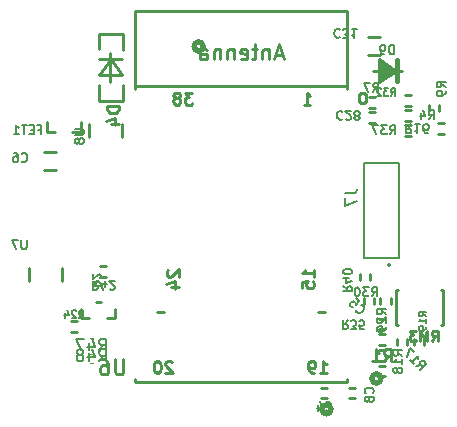
<source format=gbr>
G04 #@! TF.GenerationSoftware,KiCad,Pcbnew,7.0.7*
G04 #@! TF.CreationDate,2024-10-24T15:21:26-07:00*
G04 #@! TF.ProjectId,ESP_POE_1.4b,4553505f-504f-4455-9f31-2e34622e6b69,K*
G04 #@! TF.SameCoordinates,Original*
G04 #@! TF.FileFunction,Legend,Bot*
G04 #@! TF.FilePolarity,Positive*
%FSLAX46Y46*%
G04 Gerber Fmt 4.6, Leading zero omitted, Abs format (unit mm)*
G04 Created by KiCad (PCBNEW 7.0.7) date 2024-10-24 15:21:26*
%MOMM*%
%LPD*%
G01*
G04 APERTURE LIST*
%ADD10C,0.190500*%
%ADD11C,0.222250*%
%ADD12C,0.158750*%
%ADD13C,0.254000*%
%ADD14C,0.177800*%
%ADD15C,0.150000*%
%ADD16C,0.508000*%
%ADD17C,0.120000*%
%ADD18C,0.127000*%
%ADD19C,0.200000*%
G04 APERTURE END LIST*
D10*
X103004256Y-137604209D02*
X103258256Y-137241352D01*
X103439685Y-137604209D02*
X103439685Y-136842209D01*
X103439685Y-136842209D02*
X103149399Y-136842209D01*
X103149399Y-136842209D02*
X103076828Y-136878495D01*
X103076828Y-136878495D02*
X103040542Y-136914781D01*
X103040542Y-136914781D02*
X103004256Y-136987352D01*
X103004256Y-136987352D02*
X103004256Y-137096209D01*
X103004256Y-137096209D02*
X103040542Y-137168781D01*
X103040542Y-137168781D02*
X103076828Y-137205066D01*
X103076828Y-137205066D02*
X103149399Y-137241352D01*
X103149399Y-137241352D02*
X103439685Y-137241352D01*
X102750256Y-136842209D02*
X102278542Y-136842209D01*
X102278542Y-136842209D02*
X102532542Y-137132495D01*
X102532542Y-137132495D02*
X102423685Y-137132495D01*
X102423685Y-137132495D02*
X102351114Y-137168781D01*
X102351114Y-137168781D02*
X102314828Y-137205066D01*
X102314828Y-137205066D02*
X102278542Y-137277638D01*
X102278542Y-137277638D02*
X102278542Y-137459066D01*
X102278542Y-137459066D02*
X102314828Y-137531638D01*
X102314828Y-137531638D02*
X102351114Y-137567924D01*
X102351114Y-137567924D02*
X102423685Y-137604209D01*
X102423685Y-137604209D02*
X102641399Y-137604209D01*
X102641399Y-137604209D02*
X102713971Y-137567924D01*
X102713971Y-137567924D02*
X102750256Y-137531638D01*
X102024542Y-136842209D02*
X101516542Y-136842209D01*
X101516542Y-136842209D02*
X101843114Y-137604209D01*
X99022190Y-150451456D02*
X99385047Y-150705456D01*
X99022190Y-150886885D02*
X99784190Y-150886885D01*
X99784190Y-150886885D02*
X99784190Y-150596599D01*
X99784190Y-150596599D02*
X99747904Y-150524028D01*
X99747904Y-150524028D02*
X99711618Y-150487742D01*
X99711618Y-150487742D02*
X99639047Y-150451456D01*
X99639047Y-150451456D02*
X99530190Y-150451456D01*
X99530190Y-150451456D02*
X99457618Y-150487742D01*
X99457618Y-150487742D02*
X99421333Y-150524028D01*
X99421333Y-150524028D02*
X99385047Y-150596599D01*
X99385047Y-150596599D02*
X99385047Y-150886885D01*
X99530190Y-149798314D02*
X99022190Y-149798314D01*
X99820476Y-149979742D02*
X99276190Y-150161171D01*
X99276190Y-150161171D02*
X99276190Y-149689456D01*
X99784190Y-149254028D02*
X99784190Y-149181457D01*
X99784190Y-149181457D02*
X99747904Y-149108885D01*
X99747904Y-149108885D02*
X99711618Y-149072600D01*
X99711618Y-149072600D02*
X99639047Y-149036314D01*
X99639047Y-149036314D02*
X99493904Y-149000028D01*
X99493904Y-149000028D02*
X99312476Y-149000028D01*
X99312476Y-149000028D02*
X99167333Y-149036314D01*
X99167333Y-149036314D02*
X99094761Y-149072600D01*
X99094761Y-149072600D02*
X99058476Y-149108885D01*
X99058476Y-149108885D02*
X99022190Y-149181457D01*
X99022190Y-149181457D02*
X99022190Y-149254028D01*
X99022190Y-149254028D02*
X99058476Y-149326600D01*
X99058476Y-149326600D02*
X99094761Y-149362885D01*
X99094761Y-149362885D02*
X99167333Y-149399171D01*
X99167333Y-149399171D02*
X99312476Y-149435457D01*
X99312476Y-149435457D02*
X99493904Y-149435457D01*
X99493904Y-149435457D02*
X99639047Y-149399171D01*
X99639047Y-149399171D02*
X99711618Y-149362885D01*
X99711618Y-149362885D02*
X99747904Y-149326600D01*
X99747904Y-149326600D02*
X99784190Y-149254028D01*
D11*
X106548766Y-155111112D02*
X106845099Y-154687779D01*
X107056766Y-155111112D02*
X107056766Y-154222112D01*
X107056766Y-154222112D02*
X106718099Y-154222112D01*
X106718099Y-154222112D02*
X106633433Y-154264445D01*
X106633433Y-154264445D02*
X106591099Y-154306779D01*
X106591099Y-154306779D02*
X106548766Y-154391445D01*
X106548766Y-154391445D02*
X106548766Y-154518445D01*
X106548766Y-154518445D02*
X106591099Y-154603112D01*
X106591099Y-154603112D02*
X106633433Y-154645445D01*
X106633433Y-154645445D02*
X106718099Y-154687779D01*
X106718099Y-154687779D02*
X107056766Y-154687779D01*
X106167766Y-155111112D02*
X106167766Y-154222112D01*
X106167766Y-154222112D02*
X105871433Y-154857112D01*
X105871433Y-154857112D02*
X105575099Y-154222112D01*
X105575099Y-154222112D02*
X105575099Y-155111112D01*
X105236433Y-154222112D02*
X104686099Y-154222112D01*
X104686099Y-154222112D02*
X104982433Y-154560779D01*
X104982433Y-154560779D02*
X104855433Y-154560779D01*
X104855433Y-154560779D02*
X104770766Y-154603112D01*
X104770766Y-154603112D02*
X104728433Y-154645445D01*
X104728433Y-154645445D02*
X104686099Y-154730112D01*
X104686099Y-154730112D02*
X104686099Y-154941779D01*
X104686099Y-154941779D02*
X104728433Y-155026445D01*
X104728433Y-155026445D02*
X104770766Y-155068779D01*
X104770766Y-155068779D02*
X104855433Y-155111112D01*
X104855433Y-155111112D02*
X105109433Y-155111112D01*
X105109433Y-155111112D02*
X105194099Y-155068779D01*
X105194099Y-155068779D02*
X105236433Y-155026445D01*
D12*
X103075014Y-134346708D02*
X103286681Y-134044327D01*
X103437871Y-134346708D02*
X103437871Y-133711708D01*
X103437871Y-133711708D02*
X103195966Y-133711708D01*
X103195966Y-133711708D02*
X103135490Y-133741946D01*
X103135490Y-133741946D02*
X103105252Y-133772184D01*
X103105252Y-133772184D02*
X103075014Y-133832660D01*
X103075014Y-133832660D02*
X103075014Y-133923374D01*
X103075014Y-133923374D02*
X103105252Y-133983850D01*
X103105252Y-133983850D02*
X103135490Y-134014089D01*
X103135490Y-134014089D02*
X103195966Y-134044327D01*
X103195966Y-134044327D02*
X103437871Y-134044327D01*
X102863347Y-133711708D02*
X102470252Y-133711708D01*
X102470252Y-133711708D02*
X102681919Y-133953612D01*
X102681919Y-133953612D02*
X102591204Y-133953612D01*
X102591204Y-133953612D02*
X102530728Y-133983850D01*
X102530728Y-133983850D02*
X102500490Y-134014089D01*
X102500490Y-134014089D02*
X102470252Y-134074565D01*
X102470252Y-134074565D02*
X102470252Y-134225755D01*
X102470252Y-134225755D02*
X102500490Y-134286231D01*
X102500490Y-134286231D02*
X102530728Y-134316470D01*
X102530728Y-134316470D02*
X102591204Y-134346708D01*
X102591204Y-134346708D02*
X102772633Y-134346708D01*
X102772633Y-134346708D02*
X102833109Y-134316470D01*
X102833109Y-134316470D02*
X102863347Y-134286231D01*
X102228347Y-133772184D02*
X102198109Y-133741946D01*
X102198109Y-133741946D02*
X102137633Y-133711708D01*
X102137633Y-133711708D02*
X101986442Y-133711708D01*
X101986442Y-133711708D02*
X101925966Y-133741946D01*
X101925966Y-133741946D02*
X101895728Y-133772184D01*
X101895728Y-133772184D02*
X101865490Y-133832660D01*
X101865490Y-133832660D02*
X101865490Y-133893136D01*
X101865490Y-133893136D02*
X101895728Y-133983850D01*
X101895728Y-133983850D02*
X102258585Y-134346708D01*
X102258585Y-134346708D02*
X101865490Y-134346708D01*
D10*
X106273599Y-136334209D02*
X106527599Y-135971352D01*
X106709028Y-136334209D02*
X106709028Y-135572209D01*
X106709028Y-135572209D02*
X106418742Y-135572209D01*
X106418742Y-135572209D02*
X106346171Y-135608495D01*
X106346171Y-135608495D02*
X106309885Y-135644781D01*
X106309885Y-135644781D02*
X106273599Y-135717352D01*
X106273599Y-135717352D02*
X106273599Y-135826209D01*
X106273599Y-135826209D02*
X106309885Y-135898781D01*
X106309885Y-135898781D02*
X106346171Y-135935066D01*
X106346171Y-135935066D02*
X106418742Y-135971352D01*
X106418742Y-135971352D02*
X106709028Y-135971352D01*
X105620457Y-135826209D02*
X105620457Y-136334209D01*
X105801885Y-135535924D02*
X105983314Y-136080209D01*
X105983314Y-136080209D02*
X105511599Y-136080209D01*
X107708409Y-133604000D02*
X107345552Y-133350000D01*
X107708409Y-133168571D02*
X106946409Y-133168571D01*
X106946409Y-133168571D02*
X106946409Y-133458857D01*
X106946409Y-133458857D02*
X106982695Y-133531428D01*
X106982695Y-133531428D02*
X107018981Y-133567714D01*
X107018981Y-133567714D02*
X107091552Y-133604000D01*
X107091552Y-133604000D02*
X107200409Y-133604000D01*
X107200409Y-133604000D02*
X107272981Y-133567714D01*
X107272981Y-133567714D02*
X107309266Y-133531428D01*
X107309266Y-133531428D02*
X107345552Y-133458857D01*
X107345552Y-133458857D02*
X107345552Y-133168571D01*
X107708409Y-133966857D02*
X107708409Y-134112000D01*
X107708409Y-134112000D02*
X107672124Y-134184571D01*
X107672124Y-134184571D02*
X107635838Y-134220857D01*
X107635838Y-134220857D02*
X107526981Y-134293428D01*
X107526981Y-134293428D02*
X107381838Y-134329714D01*
X107381838Y-134329714D02*
X107091552Y-134329714D01*
X107091552Y-134329714D02*
X107018981Y-134293428D01*
X107018981Y-134293428D02*
X106982695Y-134257143D01*
X106982695Y-134257143D02*
X106946409Y-134184571D01*
X106946409Y-134184571D02*
X106946409Y-134039428D01*
X106946409Y-134039428D02*
X106982695Y-133966857D01*
X106982695Y-133966857D02*
X107018981Y-133930571D01*
X107018981Y-133930571D02*
X107091552Y-133894285D01*
X107091552Y-133894285D02*
X107272981Y-133894285D01*
X107272981Y-133894285D02*
X107345552Y-133930571D01*
X107345552Y-133930571D02*
X107381838Y-133966857D01*
X107381838Y-133966857D02*
X107418124Y-134039428D01*
X107418124Y-134039428D02*
X107418124Y-134184571D01*
X107418124Y-134184571D02*
X107381838Y-134257143D01*
X107381838Y-134257143D02*
X107345552Y-134293428D01*
X107345552Y-134293428D02*
X107272981Y-134329714D01*
X73228199Y-137205066D02*
X73482199Y-137205066D01*
X73482199Y-137604209D02*
X73482199Y-136842209D01*
X73482199Y-136842209D02*
X73119342Y-136842209D01*
X72829056Y-137205066D02*
X72575056Y-137205066D01*
X72466199Y-137604209D02*
X72829056Y-137604209D01*
X72829056Y-137604209D02*
X72829056Y-136842209D01*
X72829056Y-136842209D02*
X72466199Y-136842209D01*
X72248484Y-136842209D02*
X71813056Y-136842209D01*
X72030770Y-137604209D02*
X72030770Y-136842209D01*
X71159913Y-137604209D02*
X71595342Y-137604209D01*
X71377627Y-137604209D02*
X71377627Y-136842209D01*
X71377627Y-136842209D02*
X71450199Y-136951066D01*
X71450199Y-136951066D02*
X71522770Y-137023638D01*
X71522770Y-137023638D02*
X71595342Y-137059924D01*
X101454856Y-151320209D02*
X101708856Y-150957352D01*
X101890285Y-151320209D02*
X101890285Y-150558209D01*
X101890285Y-150558209D02*
X101599999Y-150558209D01*
X101599999Y-150558209D02*
X101527428Y-150594495D01*
X101527428Y-150594495D02*
X101491142Y-150630781D01*
X101491142Y-150630781D02*
X101454856Y-150703352D01*
X101454856Y-150703352D02*
X101454856Y-150812209D01*
X101454856Y-150812209D02*
X101491142Y-150884781D01*
X101491142Y-150884781D02*
X101527428Y-150921066D01*
X101527428Y-150921066D02*
X101599999Y-150957352D01*
X101599999Y-150957352D02*
X101890285Y-150957352D01*
X101200856Y-150558209D02*
X100729142Y-150558209D01*
X100729142Y-150558209D02*
X100983142Y-150848495D01*
X100983142Y-150848495D02*
X100874285Y-150848495D01*
X100874285Y-150848495D02*
X100801714Y-150884781D01*
X100801714Y-150884781D02*
X100765428Y-150921066D01*
X100765428Y-150921066D02*
X100729142Y-150993638D01*
X100729142Y-150993638D02*
X100729142Y-151175066D01*
X100729142Y-151175066D02*
X100765428Y-151247638D01*
X100765428Y-151247638D02*
X100801714Y-151283924D01*
X100801714Y-151283924D02*
X100874285Y-151320209D01*
X100874285Y-151320209D02*
X101091999Y-151320209D01*
X101091999Y-151320209D02*
X101164571Y-151283924D01*
X101164571Y-151283924D02*
X101200856Y-151247638D01*
X100257428Y-150558209D02*
X100184857Y-150558209D01*
X100184857Y-150558209D02*
X100112285Y-150594495D01*
X100112285Y-150594495D02*
X100076000Y-150630781D01*
X100076000Y-150630781D02*
X100039714Y-150703352D01*
X100039714Y-150703352D02*
X100003428Y-150848495D01*
X100003428Y-150848495D02*
X100003428Y-151029924D01*
X100003428Y-151029924D02*
X100039714Y-151175066D01*
X100039714Y-151175066D02*
X100076000Y-151247638D01*
X100076000Y-151247638D02*
X100112285Y-151283924D01*
X100112285Y-151283924D02*
X100184857Y-151320209D01*
X100184857Y-151320209D02*
X100257428Y-151320209D01*
X100257428Y-151320209D02*
X100330000Y-151283924D01*
X100330000Y-151283924D02*
X100366285Y-151247638D01*
X100366285Y-151247638D02*
X100402571Y-151175066D01*
X100402571Y-151175066D02*
X100438857Y-151029924D01*
X100438857Y-151029924D02*
X100438857Y-150848495D01*
X100438857Y-150848495D02*
X100402571Y-150703352D01*
X100402571Y-150703352D02*
X100366285Y-150630781D01*
X100366285Y-150630781D02*
X100330000Y-150594495D01*
X100330000Y-150594495D02*
X100257428Y-150558209D01*
X102653809Y-152849943D02*
X102290952Y-152595943D01*
X102653809Y-152414514D02*
X101891809Y-152414514D01*
X101891809Y-152414514D02*
X101891809Y-152704800D01*
X101891809Y-152704800D02*
X101928095Y-152777371D01*
X101928095Y-152777371D02*
X101964381Y-152813657D01*
X101964381Y-152813657D02*
X102036952Y-152849943D01*
X102036952Y-152849943D02*
X102145809Y-152849943D01*
X102145809Y-152849943D02*
X102218381Y-152813657D01*
X102218381Y-152813657D02*
X102254666Y-152777371D01*
X102254666Y-152777371D02*
X102290952Y-152704800D01*
X102290952Y-152704800D02*
X102290952Y-152414514D01*
X101964381Y-153140228D02*
X101928095Y-153176514D01*
X101928095Y-153176514D02*
X101891809Y-153249086D01*
X101891809Y-153249086D02*
X101891809Y-153430514D01*
X101891809Y-153430514D02*
X101928095Y-153503086D01*
X101928095Y-153503086D02*
X101964381Y-153539371D01*
X101964381Y-153539371D02*
X102036952Y-153575657D01*
X102036952Y-153575657D02*
X102109524Y-153575657D01*
X102109524Y-153575657D02*
X102218381Y-153539371D01*
X102218381Y-153539371D02*
X102653809Y-153103943D01*
X102653809Y-153103943D02*
X102653809Y-153575657D01*
X102653809Y-153938514D02*
X102653809Y-154083657D01*
X102653809Y-154083657D02*
X102617524Y-154156228D01*
X102617524Y-154156228D02*
X102581238Y-154192514D01*
X102581238Y-154192514D02*
X102472381Y-154265085D01*
X102472381Y-154265085D02*
X102327238Y-154301371D01*
X102327238Y-154301371D02*
X102036952Y-154301371D01*
X102036952Y-154301371D02*
X101964381Y-154265085D01*
X101964381Y-154265085D02*
X101928095Y-154228800D01*
X101928095Y-154228800D02*
X101891809Y-154156228D01*
X101891809Y-154156228D02*
X101891809Y-154011085D01*
X101891809Y-154011085D02*
X101928095Y-153938514D01*
X101928095Y-153938514D02*
X101964381Y-153902228D01*
X101964381Y-153902228D02*
X102036952Y-153865942D01*
X102036952Y-153865942D02*
X102218381Y-153865942D01*
X102218381Y-153865942D02*
X102290952Y-153902228D01*
X102290952Y-153902228D02*
X102327238Y-153938514D01*
X102327238Y-153938514D02*
X102363524Y-154011085D01*
X102363524Y-154011085D02*
X102363524Y-154156228D01*
X102363524Y-154156228D02*
X102327238Y-154228800D01*
X102327238Y-154228800D02*
X102290952Y-154265085D01*
X102290952Y-154265085D02*
X102218381Y-154301371D01*
X71805799Y-139868438D02*
X71842085Y-139904724D01*
X71842085Y-139904724D02*
X71950942Y-139941009D01*
X71950942Y-139941009D02*
X72023514Y-139941009D01*
X72023514Y-139941009D02*
X72132371Y-139904724D01*
X72132371Y-139904724D02*
X72204942Y-139832152D01*
X72204942Y-139832152D02*
X72241228Y-139759581D01*
X72241228Y-139759581D02*
X72277514Y-139614438D01*
X72277514Y-139614438D02*
X72277514Y-139505581D01*
X72277514Y-139505581D02*
X72241228Y-139360438D01*
X72241228Y-139360438D02*
X72204942Y-139287866D01*
X72204942Y-139287866D02*
X72132371Y-139215295D01*
X72132371Y-139215295D02*
X72023514Y-139179009D01*
X72023514Y-139179009D02*
X71950942Y-139179009D01*
X71950942Y-139179009D02*
X71842085Y-139215295D01*
X71842085Y-139215295D02*
X71805799Y-139251581D01*
X71152657Y-139179009D02*
X71297799Y-139179009D01*
X71297799Y-139179009D02*
X71370371Y-139215295D01*
X71370371Y-139215295D02*
X71406657Y-139251581D01*
X71406657Y-139251581D02*
X71479228Y-139360438D01*
X71479228Y-139360438D02*
X71515514Y-139505581D01*
X71515514Y-139505581D02*
X71515514Y-139795866D01*
X71515514Y-139795866D02*
X71479228Y-139868438D01*
X71479228Y-139868438D02*
X71442942Y-139904724D01*
X71442942Y-139904724D02*
X71370371Y-139941009D01*
X71370371Y-139941009D02*
X71225228Y-139941009D01*
X71225228Y-139941009D02*
X71152657Y-139904724D01*
X71152657Y-139904724D02*
X71116371Y-139868438D01*
X71116371Y-139868438D02*
X71080085Y-139795866D01*
X71080085Y-139795866D02*
X71080085Y-139614438D01*
X71080085Y-139614438D02*
X71116371Y-139541866D01*
X71116371Y-139541866D02*
X71152657Y-139505581D01*
X71152657Y-139505581D02*
X71225228Y-139469295D01*
X71225228Y-139469295D02*
X71370371Y-139469295D01*
X71370371Y-139469295D02*
X71442942Y-139505581D01*
X71442942Y-139505581D02*
X71479228Y-139541866D01*
X71479228Y-139541866D02*
X71515514Y-139614438D01*
X72233971Y-146545009D02*
X72233971Y-147161866D01*
X72233971Y-147161866D02*
X72197685Y-147234438D01*
X72197685Y-147234438D02*
X72161400Y-147270724D01*
X72161400Y-147270724D02*
X72088828Y-147307009D01*
X72088828Y-147307009D02*
X71943685Y-147307009D01*
X71943685Y-147307009D02*
X71871114Y-147270724D01*
X71871114Y-147270724D02*
X71834828Y-147234438D01*
X71834828Y-147234438D02*
X71798542Y-147161866D01*
X71798542Y-147161866D02*
X71798542Y-146545009D01*
X71508256Y-146545009D02*
X71000256Y-146545009D01*
X71000256Y-146545009D02*
X71326828Y-147307009D01*
X100101856Y-152464848D02*
X100101856Y-152516164D01*
X100101856Y-152516164D02*
X100153172Y-152618795D01*
X100153172Y-152618795D02*
X100204488Y-152670111D01*
X100204488Y-152670111D02*
X100307119Y-152721427D01*
X100307119Y-152721427D02*
X100409751Y-152721427D01*
X100409751Y-152721427D02*
X100486724Y-152695769D01*
X100486724Y-152695769D02*
X100615014Y-152618795D01*
X100615014Y-152618795D02*
X100691987Y-152541821D01*
X100691987Y-152541821D02*
X100768961Y-152413532D01*
X100768961Y-152413532D02*
X100794619Y-152336558D01*
X100794619Y-152336558D02*
X100794619Y-152233927D01*
X100794619Y-152233927D02*
X100743303Y-152131295D01*
X100743303Y-152131295D02*
X100691987Y-152079980D01*
X100691987Y-152079980D02*
X100589356Y-152028664D01*
X100589356Y-152028664D02*
X100538040Y-152028664D01*
X100101856Y-151489849D02*
X100358435Y-151746427D01*
X100358435Y-151746427D02*
X100127514Y-152028664D01*
X100127514Y-152028664D02*
X100127514Y-151977348D01*
X100127514Y-151977348D02*
X100101856Y-151900375D01*
X100101856Y-151900375D02*
X99973567Y-151772085D01*
X99973567Y-151772085D02*
X99896593Y-151746427D01*
X99896593Y-151746427D02*
X99845277Y-151746427D01*
X99845277Y-151746427D02*
X99768304Y-151772085D01*
X99768304Y-151772085D02*
X99640014Y-151900375D01*
X99640014Y-151900375D02*
X99614356Y-151977348D01*
X99614356Y-151977348D02*
X99614356Y-152028664D01*
X99614356Y-152028664D02*
X99640014Y-152105638D01*
X99640014Y-152105638D02*
X99768304Y-152233927D01*
X99768304Y-152233927D02*
X99845277Y-152259585D01*
X99845277Y-152259585D02*
X99896593Y-152259585D01*
X97561399Y-160925038D02*
X97597685Y-160961324D01*
X97597685Y-160961324D02*
X97706542Y-160997609D01*
X97706542Y-160997609D02*
X97779114Y-160997609D01*
X97779114Y-160997609D02*
X97887971Y-160961324D01*
X97887971Y-160961324D02*
X97960542Y-160888752D01*
X97960542Y-160888752D02*
X97996828Y-160816181D01*
X97996828Y-160816181D02*
X98033114Y-160671038D01*
X98033114Y-160671038D02*
X98033114Y-160562181D01*
X98033114Y-160562181D02*
X97996828Y-160417038D01*
X97996828Y-160417038D02*
X97960542Y-160344466D01*
X97960542Y-160344466D02*
X97887971Y-160271895D01*
X97887971Y-160271895D02*
X97779114Y-160235609D01*
X97779114Y-160235609D02*
X97706542Y-160235609D01*
X97706542Y-160235609D02*
X97597685Y-160271895D01*
X97597685Y-160271895D02*
X97561399Y-160308181D01*
X96908257Y-160489609D02*
X96908257Y-160997609D01*
X97089685Y-160199324D02*
X97271114Y-160743609D01*
X97271114Y-160743609D02*
X96799399Y-160743609D01*
X104818543Y-136766590D02*
X104564543Y-137129447D01*
X104383114Y-136766590D02*
X104383114Y-137528590D01*
X104383114Y-137528590D02*
X104673400Y-137528590D01*
X104673400Y-137528590D02*
X104745971Y-137492304D01*
X104745971Y-137492304D02*
X104782257Y-137456018D01*
X104782257Y-137456018D02*
X104818543Y-137383447D01*
X104818543Y-137383447D02*
X104818543Y-137274590D01*
X104818543Y-137274590D02*
X104782257Y-137202018D01*
X104782257Y-137202018D02*
X104745971Y-137165733D01*
X104745971Y-137165733D02*
X104673400Y-137129447D01*
X104673400Y-137129447D02*
X104383114Y-137129447D01*
X105544257Y-136766590D02*
X105108828Y-136766590D01*
X105326543Y-136766590D02*
X105326543Y-137528590D01*
X105326543Y-137528590D02*
X105253971Y-137419733D01*
X105253971Y-137419733D02*
X105181400Y-137347161D01*
X105181400Y-137347161D02*
X105108828Y-137310876D01*
X106197400Y-137528590D02*
X106052257Y-137528590D01*
X106052257Y-137528590D02*
X105979685Y-137492304D01*
X105979685Y-137492304D02*
X105943400Y-137456018D01*
X105943400Y-137456018D02*
X105870828Y-137347161D01*
X105870828Y-137347161D02*
X105834542Y-137202018D01*
X105834542Y-137202018D02*
X105834542Y-136911733D01*
X105834542Y-136911733D02*
X105870828Y-136839161D01*
X105870828Y-136839161D02*
X105907114Y-136802876D01*
X105907114Y-136802876D02*
X105979685Y-136766590D01*
X105979685Y-136766590D02*
X106124828Y-136766590D01*
X106124828Y-136766590D02*
X106197400Y-136802876D01*
X106197400Y-136802876D02*
X106233685Y-136839161D01*
X106233685Y-136839161D02*
X106269971Y-136911733D01*
X106269971Y-136911733D02*
X106269971Y-137093161D01*
X106269971Y-137093161D02*
X106233685Y-137165733D01*
X106233685Y-137165733D02*
X106197400Y-137202018D01*
X106197400Y-137202018D02*
X106124828Y-137238304D01*
X106124828Y-137238304D02*
X105979685Y-137238304D01*
X105979685Y-137238304D02*
X105907114Y-137202018D01*
X105907114Y-137202018D02*
X105870828Y-137165733D01*
X105870828Y-137165733D02*
X105834542Y-137093161D01*
X101574599Y-133997409D02*
X101828599Y-133634552D01*
X102010028Y-133997409D02*
X102010028Y-133235409D01*
X102010028Y-133235409D02*
X101719742Y-133235409D01*
X101719742Y-133235409D02*
X101647171Y-133271695D01*
X101647171Y-133271695D02*
X101610885Y-133307981D01*
X101610885Y-133307981D02*
X101574599Y-133380552D01*
X101574599Y-133380552D02*
X101574599Y-133489409D01*
X101574599Y-133489409D02*
X101610885Y-133561981D01*
X101610885Y-133561981D02*
X101647171Y-133598266D01*
X101647171Y-133598266D02*
X101719742Y-133634552D01*
X101719742Y-133634552D02*
X102010028Y-133634552D01*
X101320599Y-133235409D02*
X100812599Y-133235409D01*
X100812599Y-133235409D02*
X101139171Y-133997409D01*
X104050809Y-156329743D02*
X103687952Y-156075743D01*
X104050809Y-155894314D02*
X103288809Y-155894314D01*
X103288809Y-155894314D02*
X103288809Y-156184600D01*
X103288809Y-156184600D02*
X103325095Y-156257171D01*
X103325095Y-156257171D02*
X103361381Y-156293457D01*
X103361381Y-156293457D02*
X103433952Y-156329743D01*
X103433952Y-156329743D02*
X103542809Y-156329743D01*
X103542809Y-156329743D02*
X103615381Y-156293457D01*
X103615381Y-156293457D02*
X103651666Y-156257171D01*
X103651666Y-156257171D02*
X103687952Y-156184600D01*
X103687952Y-156184600D02*
X103687952Y-155894314D01*
X104050809Y-157055457D02*
X104050809Y-156620028D01*
X104050809Y-156837743D02*
X103288809Y-156837743D01*
X103288809Y-156837743D02*
X103397666Y-156765171D01*
X103397666Y-156765171D02*
X103470238Y-156692600D01*
X103470238Y-156692600D02*
X103506524Y-156620028D01*
X103615381Y-157490885D02*
X103579095Y-157418314D01*
X103579095Y-157418314D02*
X103542809Y-157382028D01*
X103542809Y-157382028D02*
X103470238Y-157345742D01*
X103470238Y-157345742D02*
X103433952Y-157345742D01*
X103433952Y-157345742D02*
X103361381Y-157382028D01*
X103361381Y-157382028D02*
X103325095Y-157418314D01*
X103325095Y-157418314D02*
X103288809Y-157490885D01*
X103288809Y-157490885D02*
X103288809Y-157636028D01*
X103288809Y-157636028D02*
X103325095Y-157708600D01*
X103325095Y-157708600D02*
X103361381Y-157744885D01*
X103361381Y-157744885D02*
X103433952Y-157781171D01*
X103433952Y-157781171D02*
X103470238Y-157781171D01*
X103470238Y-157781171D02*
X103542809Y-157744885D01*
X103542809Y-157744885D02*
X103579095Y-157708600D01*
X103579095Y-157708600D02*
X103615381Y-157636028D01*
X103615381Y-157636028D02*
X103615381Y-157490885D01*
X103615381Y-157490885D02*
X103651666Y-157418314D01*
X103651666Y-157418314D02*
X103687952Y-157382028D01*
X103687952Y-157382028D02*
X103760524Y-157345742D01*
X103760524Y-157345742D02*
X103905666Y-157345742D01*
X103905666Y-157345742D02*
X103978238Y-157382028D01*
X103978238Y-157382028D02*
X104014524Y-157418314D01*
X104014524Y-157418314D02*
X104050809Y-157490885D01*
X104050809Y-157490885D02*
X104050809Y-157636028D01*
X104050809Y-157636028D02*
X104014524Y-157708600D01*
X104014524Y-157708600D02*
X103978238Y-157744885D01*
X103978238Y-157744885D02*
X103905666Y-157781171D01*
X103905666Y-157781171D02*
X103760524Y-157781171D01*
X103760524Y-157781171D02*
X103687952Y-157744885D01*
X103687952Y-157744885D02*
X103651666Y-157708600D01*
X103651666Y-157708600D02*
X103615381Y-157636028D01*
D13*
X102480532Y-156819212D02*
X102819199Y-156335403D01*
X103061104Y-156819212D02*
X103061104Y-155803212D01*
X103061104Y-155803212D02*
X102674056Y-155803212D01*
X102674056Y-155803212D02*
X102577294Y-155851593D01*
X102577294Y-155851593D02*
X102528913Y-155899974D01*
X102528913Y-155899974D02*
X102480532Y-155996736D01*
X102480532Y-155996736D02*
X102480532Y-156141879D01*
X102480532Y-156141879D02*
X102528913Y-156238641D01*
X102528913Y-156238641D02*
X102577294Y-156287022D01*
X102577294Y-156287022D02*
X102674056Y-156335403D01*
X102674056Y-156335403D02*
X103061104Y-156335403D01*
X101512913Y-156819212D02*
X102093485Y-156819212D01*
X101803199Y-156819212D02*
X101803199Y-155803212D01*
X101803199Y-155803212D02*
X101899961Y-155948355D01*
X101899961Y-155948355D02*
X101996723Y-156045117D01*
X101996723Y-156045117D02*
X102093485Y-156093498D01*
D12*
X77885491Y-150412690D02*
X78520491Y-150412690D01*
X78520491Y-150412690D02*
X78520491Y-150261500D01*
X78520491Y-150261500D02*
X78490253Y-150170785D01*
X78490253Y-150170785D02*
X78429777Y-150110309D01*
X78429777Y-150110309D02*
X78369301Y-150080071D01*
X78369301Y-150080071D02*
X78248349Y-150049833D01*
X78248349Y-150049833D02*
X78157634Y-150049833D01*
X78157634Y-150049833D02*
X78036682Y-150080071D01*
X78036682Y-150080071D02*
X77976206Y-150110309D01*
X77976206Y-150110309D02*
X77915730Y-150170785D01*
X77915730Y-150170785D02*
X77885491Y-150261500D01*
X77885491Y-150261500D02*
X77885491Y-150412690D01*
X78460015Y-149807928D02*
X78490253Y-149777690D01*
X78490253Y-149777690D02*
X78520491Y-149717214D01*
X78520491Y-149717214D02*
X78520491Y-149566023D01*
X78520491Y-149566023D02*
X78490253Y-149505547D01*
X78490253Y-149505547D02*
X78460015Y-149475309D01*
X78460015Y-149475309D02*
X78399539Y-149445071D01*
X78399539Y-149445071D02*
X78339063Y-149445071D01*
X78339063Y-149445071D02*
X78248349Y-149475309D01*
X78248349Y-149475309D02*
X77885491Y-149838166D01*
X77885491Y-149838166D02*
X77885491Y-149445071D01*
D14*
X99441000Y-153350231D02*
X99203933Y-153688898D01*
X99034600Y-153350231D02*
X99034600Y-154061431D01*
X99034600Y-154061431D02*
X99305533Y-154061431D01*
X99305533Y-154061431D02*
X99373267Y-154027564D01*
X99373267Y-154027564D02*
X99407133Y-153993698D01*
X99407133Y-153993698D02*
X99441000Y-153925964D01*
X99441000Y-153925964D02*
X99441000Y-153824364D01*
X99441000Y-153824364D02*
X99407133Y-153756631D01*
X99407133Y-153756631D02*
X99373267Y-153722764D01*
X99373267Y-153722764D02*
X99305533Y-153688898D01*
X99305533Y-153688898D02*
X99034600Y-153688898D01*
X99678067Y-154061431D02*
X100118333Y-154061431D01*
X100118333Y-154061431D02*
X99881267Y-153790498D01*
X99881267Y-153790498D02*
X99982867Y-153790498D01*
X99982867Y-153790498D02*
X100050600Y-153756631D01*
X100050600Y-153756631D02*
X100084467Y-153722764D01*
X100084467Y-153722764D02*
X100118333Y-153655031D01*
X100118333Y-153655031D02*
X100118333Y-153485698D01*
X100118333Y-153485698D02*
X100084467Y-153417964D01*
X100084467Y-153417964D02*
X100050600Y-153384098D01*
X100050600Y-153384098D02*
X99982867Y-153350231D01*
X99982867Y-153350231D02*
X99779667Y-153350231D01*
X99779667Y-153350231D02*
X99711933Y-153384098D01*
X99711933Y-153384098D02*
X99678067Y-153417964D01*
X100761800Y-154061431D02*
X100423133Y-154061431D01*
X100423133Y-154061431D02*
X100389266Y-153722764D01*
X100389266Y-153722764D02*
X100423133Y-153756631D01*
X100423133Y-153756631D02*
X100490866Y-153790498D01*
X100490866Y-153790498D02*
X100660200Y-153790498D01*
X100660200Y-153790498D02*
X100727933Y-153756631D01*
X100727933Y-153756631D02*
X100761800Y-153722764D01*
X100761800Y-153722764D02*
X100795666Y-153655031D01*
X100795666Y-153655031D02*
X100795666Y-153485698D01*
X100795666Y-153485698D02*
X100761800Y-153417964D01*
X100761800Y-153417964D02*
X100727933Y-153384098D01*
X100727933Y-153384098D02*
X100660200Y-153350231D01*
X100660200Y-153350231D02*
X100490866Y-153350231D01*
X100490866Y-153350231D02*
X100423133Y-153384098D01*
X100423133Y-153384098D02*
X100389266Y-153417964D01*
D13*
X80060412Y-135241695D02*
X79044412Y-135241695D01*
X79044412Y-135241695D02*
X79044412Y-135483600D01*
X79044412Y-135483600D02*
X79092793Y-135628743D01*
X79092793Y-135628743D02*
X79189555Y-135725505D01*
X79189555Y-135725505D02*
X79286317Y-135773886D01*
X79286317Y-135773886D02*
X79479841Y-135822267D01*
X79479841Y-135822267D02*
X79624984Y-135822267D01*
X79624984Y-135822267D02*
X79818508Y-135773886D01*
X79818508Y-135773886D02*
X79915270Y-135725505D01*
X79915270Y-135725505D02*
X80012032Y-135628743D01*
X80012032Y-135628743D02*
X80060412Y-135483600D01*
X80060412Y-135483600D02*
X80060412Y-135241695D01*
X79383079Y-136693124D02*
X80060412Y-136693124D01*
X78996032Y-136451219D02*
X79721746Y-136209314D01*
X79721746Y-136209314D02*
X79721746Y-136838267D01*
D12*
X106063808Y-153007785D02*
X105761427Y-152796118D01*
X106063808Y-152644928D02*
X105428808Y-152644928D01*
X105428808Y-152644928D02*
X105428808Y-152886833D01*
X105428808Y-152886833D02*
X105459046Y-152947309D01*
X105459046Y-152947309D02*
X105489284Y-152977547D01*
X105489284Y-152977547D02*
X105549760Y-153007785D01*
X105549760Y-153007785D02*
X105640474Y-153007785D01*
X105640474Y-153007785D02*
X105700950Y-152977547D01*
X105700950Y-152977547D02*
X105731189Y-152947309D01*
X105731189Y-152947309D02*
X105761427Y-152886833D01*
X105761427Y-152886833D02*
X105761427Y-152644928D01*
X106063808Y-153612547D02*
X106063808Y-153249690D01*
X106063808Y-153431118D02*
X105428808Y-153431118D01*
X105428808Y-153431118D02*
X105519522Y-153370642D01*
X105519522Y-153370642D02*
X105579998Y-153310166D01*
X105579998Y-153310166D02*
X105610236Y-153249690D01*
X106063808Y-153914928D02*
X106063808Y-154035880D01*
X106063808Y-154035880D02*
X106033570Y-154096357D01*
X106033570Y-154096357D02*
X106003331Y-154126595D01*
X106003331Y-154126595D02*
X105912617Y-154187071D01*
X105912617Y-154187071D02*
X105791665Y-154217309D01*
X105791665Y-154217309D02*
X105549760Y-154217309D01*
X105549760Y-154217309D02*
X105489284Y-154187071D01*
X105489284Y-154187071D02*
X105459046Y-154156833D01*
X105459046Y-154156833D02*
X105428808Y-154096357D01*
X105428808Y-154096357D02*
X105428808Y-153975404D01*
X105428808Y-153975404D02*
X105459046Y-153914928D01*
X105459046Y-153914928D02*
X105489284Y-153884690D01*
X105489284Y-153884690D02*
X105549760Y-153854452D01*
X105549760Y-153854452D02*
X105700950Y-153854452D01*
X105700950Y-153854452D02*
X105761427Y-153884690D01*
X105761427Y-153884690D02*
X105791665Y-153914928D01*
X105791665Y-153914928D02*
X105821903Y-153975404D01*
X105821903Y-153975404D02*
X105821903Y-154096357D01*
X105821903Y-154096357D02*
X105791665Y-154156833D01*
X105791665Y-154156833D02*
X105761427Y-154187071D01*
X105761427Y-154187071D02*
X105700950Y-154217309D01*
D10*
X105222019Y-157243142D02*
X105658203Y-157166169D01*
X105529913Y-157551037D02*
X106068729Y-157012221D01*
X106068729Y-157012221D02*
X105863466Y-156806958D01*
X105863466Y-156806958D02*
X105786492Y-156781301D01*
X105786492Y-156781301D02*
X105735176Y-156781301D01*
X105735176Y-156781301D02*
X105658203Y-156806958D01*
X105658203Y-156806958D02*
X105581229Y-156883932D01*
X105581229Y-156883932D02*
X105555571Y-156960906D01*
X105555571Y-156960906D02*
X105555571Y-157012221D01*
X105555571Y-157012221D02*
X105581229Y-157089195D01*
X105581229Y-157089195D02*
X105786492Y-157294458D01*
X104708861Y-156729985D02*
X105016756Y-157037879D01*
X104862809Y-156883932D02*
X105401624Y-156345117D01*
X105401624Y-156345117D02*
X105375966Y-156473406D01*
X105375966Y-156473406D02*
X105375966Y-156576038D01*
X105375966Y-156576038D02*
X105401624Y-156653011D01*
X105068072Y-156011564D02*
X104708862Y-155652354D01*
X104708862Y-155652354D02*
X104400967Y-156422090D01*
X103330828Y-130797009D02*
X103330828Y-130035009D01*
X103330828Y-130035009D02*
X103149399Y-130035009D01*
X103149399Y-130035009D02*
X103040542Y-130071295D01*
X103040542Y-130071295D02*
X102967971Y-130143866D01*
X102967971Y-130143866D02*
X102931685Y-130216438D01*
X102931685Y-130216438D02*
X102895399Y-130361581D01*
X102895399Y-130361581D02*
X102895399Y-130470438D01*
X102895399Y-130470438D02*
X102931685Y-130615581D01*
X102931685Y-130615581D02*
X102967971Y-130688152D01*
X102967971Y-130688152D02*
X103040542Y-130760724D01*
X103040542Y-130760724D02*
X103149399Y-130797009D01*
X103149399Y-130797009D02*
X103330828Y-130797009D01*
X102532542Y-130797009D02*
X102387399Y-130797009D01*
X102387399Y-130797009D02*
X102314828Y-130760724D01*
X102314828Y-130760724D02*
X102278542Y-130724438D01*
X102278542Y-130724438D02*
X102205971Y-130615581D01*
X102205971Y-130615581D02*
X102169685Y-130470438D01*
X102169685Y-130470438D02*
X102169685Y-130180152D01*
X102169685Y-130180152D02*
X102205971Y-130107581D01*
X102205971Y-130107581D02*
X102242257Y-130071295D01*
X102242257Y-130071295D02*
X102314828Y-130035009D01*
X102314828Y-130035009D02*
X102459971Y-130035009D01*
X102459971Y-130035009D02*
X102532542Y-130071295D01*
X102532542Y-130071295D02*
X102568828Y-130107581D01*
X102568828Y-130107581D02*
X102605114Y-130180152D01*
X102605114Y-130180152D02*
X102605114Y-130361581D01*
X102605114Y-130361581D02*
X102568828Y-130434152D01*
X102568828Y-130434152D02*
X102532542Y-130470438D01*
X102532542Y-130470438D02*
X102459971Y-130506724D01*
X102459971Y-130506724D02*
X102314828Y-130506724D01*
X102314828Y-130506724D02*
X102242257Y-130470438D01*
X102242257Y-130470438D02*
X102205971Y-130434152D01*
X102205971Y-130434152D02*
X102169685Y-130361581D01*
X101565238Y-159512000D02*
X101601524Y-159475714D01*
X101601524Y-159475714D02*
X101637809Y-159366857D01*
X101637809Y-159366857D02*
X101637809Y-159294285D01*
X101637809Y-159294285D02*
X101601524Y-159185428D01*
X101601524Y-159185428D02*
X101528952Y-159112857D01*
X101528952Y-159112857D02*
X101456381Y-159076571D01*
X101456381Y-159076571D02*
X101311238Y-159040285D01*
X101311238Y-159040285D02*
X101202381Y-159040285D01*
X101202381Y-159040285D02*
X101057238Y-159076571D01*
X101057238Y-159076571D02*
X100984666Y-159112857D01*
X100984666Y-159112857D02*
X100912095Y-159185428D01*
X100912095Y-159185428D02*
X100875809Y-159294285D01*
X100875809Y-159294285D02*
X100875809Y-159366857D01*
X100875809Y-159366857D02*
X100912095Y-159475714D01*
X100912095Y-159475714D02*
X100948381Y-159512000D01*
X101202381Y-159947428D02*
X101166095Y-159874857D01*
X101166095Y-159874857D02*
X101129809Y-159838571D01*
X101129809Y-159838571D02*
X101057238Y-159802285D01*
X101057238Y-159802285D02*
X101020952Y-159802285D01*
X101020952Y-159802285D02*
X100948381Y-159838571D01*
X100948381Y-159838571D02*
X100912095Y-159874857D01*
X100912095Y-159874857D02*
X100875809Y-159947428D01*
X100875809Y-159947428D02*
X100875809Y-160092571D01*
X100875809Y-160092571D02*
X100912095Y-160165143D01*
X100912095Y-160165143D02*
X100948381Y-160201428D01*
X100948381Y-160201428D02*
X101020952Y-160237714D01*
X101020952Y-160237714D02*
X101057238Y-160237714D01*
X101057238Y-160237714D02*
X101129809Y-160201428D01*
X101129809Y-160201428D02*
X101166095Y-160165143D01*
X101166095Y-160165143D02*
X101202381Y-160092571D01*
X101202381Y-160092571D02*
X101202381Y-159947428D01*
X101202381Y-159947428D02*
X101238666Y-159874857D01*
X101238666Y-159874857D02*
X101274952Y-159838571D01*
X101274952Y-159838571D02*
X101347524Y-159802285D01*
X101347524Y-159802285D02*
X101492666Y-159802285D01*
X101492666Y-159802285D02*
X101565238Y-159838571D01*
X101565238Y-159838571D02*
X101601524Y-159874857D01*
X101601524Y-159874857D02*
X101637809Y-159947428D01*
X101637809Y-159947428D02*
X101637809Y-160092571D01*
X101637809Y-160092571D02*
X101601524Y-160165143D01*
X101601524Y-160165143D02*
X101565238Y-160201428D01*
X101565238Y-160201428D02*
X101492666Y-160237714D01*
X101492666Y-160237714D02*
X101347524Y-160237714D01*
X101347524Y-160237714D02*
X101274952Y-160201428D01*
X101274952Y-160201428D02*
X101238666Y-160165143D01*
X101238666Y-160165143D02*
X101202381Y-160092571D01*
D15*
X78366857Y-155901219D02*
X78700190Y-155425028D01*
X78938285Y-155901219D02*
X78938285Y-154901219D01*
X78938285Y-154901219D02*
X78557333Y-154901219D01*
X78557333Y-154901219D02*
X78462095Y-154948838D01*
X78462095Y-154948838D02*
X78414476Y-154996457D01*
X78414476Y-154996457D02*
X78366857Y-155091695D01*
X78366857Y-155091695D02*
X78366857Y-155234552D01*
X78366857Y-155234552D02*
X78414476Y-155329790D01*
X78414476Y-155329790D02*
X78462095Y-155377409D01*
X78462095Y-155377409D02*
X78557333Y-155425028D01*
X78557333Y-155425028D02*
X78938285Y-155425028D01*
X77509714Y-155234552D02*
X77509714Y-155901219D01*
X77747809Y-154853600D02*
X77985904Y-155567885D01*
X77985904Y-155567885D02*
X77366857Y-155567885D01*
X77081142Y-154901219D02*
X76414476Y-154901219D01*
X76414476Y-154901219D02*
X76843047Y-155901219D01*
D10*
X98976543Y-135670761D02*
X98940257Y-135634476D01*
X98940257Y-135634476D02*
X98831400Y-135598190D01*
X98831400Y-135598190D02*
X98758828Y-135598190D01*
X98758828Y-135598190D02*
X98649971Y-135634476D01*
X98649971Y-135634476D02*
X98577400Y-135707047D01*
X98577400Y-135707047D02*
X98541114Y-135779618D01*
X98541114Y-135779618D02*
X98504828Y-135924761D01*
X98504828Y-135924761D02*
X98504828Y-136033618D01*
X98504828Y-136033618D02*
X98541114Y-136178761D01*
X98541114Y-136178761D02*
X98577400Y-136251333D01*
X98577400Y-136251333D02*
X98649971Y-136323904D01*
X98649971Y-136323904D02*
X98758828Y-136360190D01*
X98758828Y-136360190D02*
X98831400Y-136360190D01*
X98831400Y-136360190D02*
X98940257Y-136323904D01*
X98940257Y-136323904D02*
X98976543Y-136287618D01*
X99266828Y-136287618D02*
X99303114Y-136323904D01*
X99303114Y-136323904D02*
X99375686Y-136360190D01*
X99375686Y-136360190D02*
X99557114Y-136360190D01*
X99557114Y-136360190D02*
X99629686Y-136323904D01*
X99629686Y-136323904D02*
X99665971Y-136287618D01*
X99665971Y-136287618D02*
X99702257Y-136215047D01*
X99702257Y-136215047D02*
X99702257Y-136142476D01*
X99702257Y-136142476D02*
X99665971Y-136033618D01*
X99665971Y-136033618D02*
X99230543Y-135598190D01*
X99230543Y-135598190D02*
X99702257Y-135598190D01*
X100137685Y-136033618D02*
X100065114Y-136069904D01*
X100065114Y-136069904D02*
X100028828Y-136106190D01*
X100028828Y-136106190D02*
X99992542Y-136178761D01*
X99992542Y-136178761D02*
X99992542Y-136215047D01*
X99992542Y-136215047D02*
X100028828Y-136287618D01*
X100028828Y-136287618D02*
X100065114Y-136323904D01*
X100065114Y-136323904D02*
X100137685Y-136360190D01*
X100137685Y-136360190D02*
X100282828Y-136360190D01*
X100282828Y-136360190D02*
X100355400Y-136323904D01*
X100355400Y-136323904D02*
X100391685Y-136287618D01*
X100391685Y-136287618D02*
X100427971Y-136215047D01*
X100427971Y-136215047D02*
X100427971Y-136178761D01*
X100427971Y-136178761D02*
X100391685Y-136106190D01*
X100391685Y-136106190D02*
X100355400Y-136069904D01*
X100355400Y-136069904D02*
X100282828Y-136033618D01*
X100282828Y-136033618D02*
X100137685Y-136033618D01*
X100137685Y-136033618D02*
X100065114Y-135997333D01*
X100065114Y-135997333D02*
X100028828Y-135961047D01*
X100028828Y-135961047D02*
X99992542Y-135888476D01*
X99992542Y-135888476D02*
X99992542Y-135743333D01*
X99992542Y-135743333D02*
X100028828Y-135670761D01*
X100028828Y-135670761D02*
X100065114Y-135634476D01*
X100065114Y-135634476D02*
X100137685Y-135598190D01*
X100137685Y-135598190D02*
X100282828Y-135598190D01*
X100282828Y-135598190D02*
X100355400Y-135634476D01*
X100355400Y-135634476D02*
X100391685Y-135670761D01*
X100391685Y-135670761D02*
X100427971Y-135743333D01*
X100427971Y-135743333D02*
X100427971Y-135888476D01*
X100427971Y-135888476D02*
X100391685Y-135961047D01*
X100391685Y-135961047D02*
X100355400Y-135997333D01*
X100355400Y-135997333D02*
X100282828Y-136033618D01*
D13*
X80433619Y-156662318D02*
X80433619Y-157690413D01*
X80433619Y-157690413D02*
X80373142Y-157811365D01*
X80373142Y-157811365D02*
X80312666Y-157871842D01*
X80312666Y-157871842D02*
X80191714Y-157932318D01*
X80191714Y-157932318D02*
X79949809Y-157932318D01*
X79949809Y-157932318D02*
X79828857Y-157871842D01*
X79828857Y-157871842D02*
X79768380Y-157811365D01*
X79768380Y-157811365D02*
X79707904Y-157690413D01*
X79707904Y-157690413D02*
X79707904Y-156662318D01*
X78558857Y-156662318D02*
X78800762Y-156662318D01*
X78800762Y-156662318D02*
X78921714Y-156722794D01*
X78921714Y-156722794D02*
X78982190Y-156783270D01*
X78982190Y-156783270D02*
X79103143Y-156964699D01*
X79103143Y-156964699D02*
X79163619Y-157206603D01*
X79163619Y-157206603D02*
X79163619Y-157690413D01*
X79163619Y-157690413D02*
X79103143Y-157811365D01*
X79103143Y-157811365D02*
X79042666Y-157871842D01*
X79042666Y-157871842D02*
X78921714Y-157932318D01*
X78921714Y-157932318D02*
X78679809Y-157932318D01*
X78679809Y-157932318D02*
X78558857Y-157871842D01*
X78558857Y-157871842D02*
X78498381Y-157811365D01*
X78498381Y-157811365D02*
X78437904Y-157690413D01*
X78437904Y-157690413D02*
X78437904Y-157388032D01*
X78437904Y-157388032D02*
X78498381Y-157267080D01*
X78498381Y-157267080D02*
X78558857Y-157206603D01*
X78558857Y-157206603D02*
X78679809Y-157146127D01*
X78679809Y-157146127D02*
X78921714Y-157146127D01*
X78921714Y-157146127D02*
X79042666Y-157206603D01*
X79042666Y-157206603D02*
X79103143Y-157267080D01*
X79103143Y-157267080D02*
X79163619Y-157388032D01*
X93895619Y-130891461D02*
X93290857Y-130891461D01*
X94016571Y-131254318D02*
X93593238Y-129984318D01*
X93593238Y-129984318D02*
X93169904Y-131254318D01*
X92746572Y-130407651D02*
X92746572Y-131254318D01*
X92746572Y-130528603D02*
X92686095Y-130468127D01*
X92686095Y-130468127D02*
X92565143Y-130407651D01*
X92565143Y-130407651D02*
X92383714Y-130407651D01*
X92383714Y-130407651D02*
X92262762Y-130468127D01*
X92262762Y-130468127D02*
X92202286Y-130589080D01*
X92202286Y-130589080D02*
X92202286Y-131254318D01*
X91778952Y-130407651D02*
X91295143Y-130407651D01*
X91597524Y-129984318D02*
X91597524Y-131072889D01*
X91597524Y-131072889D02*
X91537047Y-131193842D01*
X91537047Y-131193842D02*
X91416095Y-131254318D01*
X91416095Y-131254318D02*
X91295143Y-131254318D01*
X90388000Y-131193842D02*
X90508952Y-131254318D01*
X90508952Y-131254318D02*
X90750857Y-131254318D01*
X90750857Y-131254318D02*
X90871810Y-131193842D01*
X90871810Y-131193842D02*
X90932286Y-131072889D01*
X90932286Y-131072889D02*
X90932286Y-130589080D01*
X90932286Y-130589080D02*
X90871810Y-130468127D01*
X90871810Y-130468127D02*
X90750857Y-130407651D01*
X90750857Y-130407651D02*
X90508952Y-130407651D01*
X90508952Y-130407651D02*
X90388000Y-130468127D01*
X90388000Y-130468127D02*
X90327524Y-130589080D01*
X90327524Y-130589080D02*
X90327524Y-130710032D01*
X90327524Y-130710032D02*
X90932286Y-130830984D01*
X89783239Y-130407651D02*
X89783239Y-131254318D01*
X89783239Y-130528603D02*
X89722762Y-130468127D01*
X89722762Y-130468127D02*
X89601810Y-130407651D01*
X89601810Y-130407651D02*
X89420381Y-130407651D01*
X89420381Y-130407651D02*
X89299429Y-130468127D01*
X89299429Y-130468127D02*
X89238953Y-130589080D01*
X89238953Y-130589080D02*
X89238953Y-131254318D01*
X88634191Y-130407651D02*
X88634191Y-131254318D01*
X88634191Y-130528603D02*
X88573714Y-130468127D01*
X88573714Y-130468127D02*
X88452762Y-130407651D01*
X88452762Y-130407651D02*
X88271333Y-130407651D01*
X88271333Y-130407651D02*
X88150381Y-130468127D01*
X88150381Y-130468127D02*
X88089905Y-130589080D01*
X88089905Y-130589080D02*
X88089905Y-131254318D01*
X86940857Y-131254318D02*
X86940857Y-130589080D01*
X86940857Y-130589080D02*
X87001333Y-130468127D01*
X87001333Y-130468127D02*
X87122285Y-130407651D01*
X87122285Y-130407651D02*
X87364190Y-130407651D01*
X87364190Y-130407651D02*
X87485143Y-130468127D01*
X86940857Y-131193842D02*
X87061809Y-131254318D01*
X87061809Y-131254318D02*
X87364190Y-131254318D01*
X87364190Y-131254318D02*
X87485143Y-131193842D01*
X87485143Y-131193842D02*
X87545619Y-131072889D01*
X87545619Y-131072889D02*
X87545619Y-130951937D01*
X87545619Y-130951937D02*
X87485143Y-130830984D01*
X87485143Y-130830984D02*
X87364190Y-130770508D01*
X87364190Y-130770508D02*
X87061809Y-130770508D01*
X87061809Y-130770508D02*
X86940857Y-130710032D01*
X100765714Y-134945318D02*
X100886666Y-134884842D01*
X100886666Y-134884842D02*
X100947143Y-134824365D01*
X100947143Y-134824365D02*
X101007619Y-134703413D01*
X101007619Y-134703413D02*
X101007619Y-134340556D01*
X101007619Y-134340556D02*
X100947143Y-134219603D01*
X100947143Y-134219603D02*
X100886666Y-134159127D01*
X100886666Y-134159127D02*
X100765714Y-134098651D01*
X100765714Y-134098651D02*
X100584285Y-134098651D01*
X100584285Y-134098651D02*
X100463333Y-134159127D01*
X100463333Y-134159127D02*
X100402857Y-134219603D01*
X100402857Y-134219603D02*
X100342381Y-134340556D01*
X100342381Y-134340556D02*
X100342381Y-134703413D01*
X100342381Y-134703413D02*
X100402857Y-134824365D01*
X100402857Y-134824365D02*
X100463333Y-134884842D01*
X100463333Y-134884842D02*
X100584285Y-134945318D01*
X100584285Y-134945318D02*
X100765714Y-134945318D01*
X95685713Y-135081812D02*
X96266285Y-135081812D01*
X95975999Y-135081812D02*
X95975999Y-134065812D01*
X95975999Y-134065812D02*
X96072761Y-134210955D01*
X96072761Y-134210955D02*
X96169523Y-134307717D01*
X96169523Y-134307717D02*
X96266285Y-134356098D01*
X84210574Y-149090904D02*
X84162193Y-149139285D01*
X84162193Y-149139285D02*
X84113812Y-149236047D01*
X84113812Y-149236047D02*
X84113812Y-149477952D01*
X84113812Y-149477952D02*
X84162193Y-149574714D01*
X84162193Y-149574714D02*
X84210574Y-149623095D01*
X84210574Y-149623095D02*
X84307336Y-149671476D01*
X84307336Y-149671476D02*
X84404098Y-149671476D01*
X84404098Y-149671476D02*
X84549241Y-149623095D01*
X84549241Y-149623095D02*
X85129812Y-149042523D01*
X85129812Y-149042523D02*
X85129812Y-149671476D01*
X84452479Y-150542333D02*
X85129812Y-150542333D01*
X84065432Y-150300428D02*
X84791146Y-150058523D01*
X84791146Y-150058523D02*
X84791146Y-150687476D01*
X84558095Y-156895574D02*
X84509714Y-156847193D01*
X84509714Y-156847193D02*
X84412952Y-156798812D01*
X84412952Y-156798812D02*
X84171047Y-156798812D01*
X84171047Y-156798812D02*
X84074285Y-156847193D01*
X84074285Y-156847193D02*
X84025904Y-156895574D01*
X84025904Y-156895574D02*
X83977523Y-156992336D01*
X83977523Y-156992336D02*
X83977523Y-157089098D01*
X83977523Y-157089098D02*
X84025904Y-157234241D01*
X84025904Y-157234241D02*
X84606476Y-157814812D01*
X84606476Y-157814812D02*
X83977523Y-157814812D01*
X83348571Y-156798812D02*
X83251809Y-156798812D01*
X83251809Y-156798812D02*
X83155047Y-156847193D01*
X83155047Y-156847193D02*
X83106666Y-156895574D01*
X83106666Y-156895574D02*
X83058285Y-156992336D01*
X83058285Y-156992336D02*
X83009904Y-157185860D01*
X83009904Y-157185860D02*
X83009904Y-157427765D01*
X83009904Y-157427765D02*
X83058285Y-157621289D01*
X83058285Y-157621289D02*
X83106666Y-157718051D01*
X83106666Y-157718051D02*
X83155047Y-157766432D01*
X83155047Y-157766432D02*
X83251809Y-157814812D01*
X83251809Y-157814812D02*
X83348571Y-157814812D01*
X83348571Y-157814812D02*
X83445333Y-157766432D01*
X83445333Y-157766432D02*
X83493714Y-157718051D01*
X83493714Y-157718051D02*
X83542095Y-157621289D01*
X83542095Y-157621289D02*
X83590476Y-157427765D01*
X83590476Y-157427765D02*
X83590476Y-157185860D01*
X83590476Y-157185860D02*
X83542095Y-156992336D01*
X83542095Y-156992336D02*
X83493714Y-156895574D01*
X83493714Y-156895574D02*
X83445333Y-156847193D01*
X83445333Y-156847193D02*
X83348571Y-156798812D01*
X97058523Y-157814812D02*
X97639095Y-157814812D01*
X97348809Y-157814812D02*
X97348809Y-156798812D01*
X97348809Y-156798812D02*
X97445571Y-156943955D01*
X97445571Y-156943955D02*
X97542333Y-157040717D01*
X97542333Y-157040717D02*
X97639095Y-157089098D01*
X96574714Y-157814812D02*
X96381190Y-157814812D01*
X96381190Y-157814812D02*
X96284428Y-157766432D01*
X96284428Y-157766432D02*
X96236047Y-157718051D01*
X96236047Y-157718051D02*
X96139285Y-157572908D01*
X96139285Y-157572908D02*
X96090904Y-157379384D01*
X96090904Y-157379384D02*
X96090904Y-156992336D01*
X96090904Y-156992336D02*
X96139285Y-156895574D01*
X96139285Y-156895574D02*
X96187666Y-156847193D01*
X96187666Y-156847193D02*
X96284428Y-156798812D01*
X96284428Y-156798812D02*
X96477952Y-156798812D01*
X96477952Y-156798812D02*
X96574714Y-156847193D01*
X96574714Y-156847193D02*
X96623095Y-156895574D01*
X96623095Y-156895574D02*
X96671476Y-156992336D01*
X96671476Y-156992336D02*
X96671476Y-157234241D01*
X96671476Y-157234241D02*
X96623095Y-157331003D01*
X96623095Y-157331003D02*
X96574714Y-157379384D01*
X96574714Y-157379384D02*
X96477952Y-157427765D01*
X96477952Y-157427765D02*
X96284428Y-157427765D01*
X96284428Y-157427765D02*
X96187666Y-157379384D01*
X96187666Y-157379384D02*
X96139285Y-157331003D01*
X96139285Y-157331003D02*
X96090904Y-157234241D01*
X86257476Y-134065812D02*
X85628523Y-134065812D01*
X85628523Y-134065812D02*
X85967190Y-134452860D01*
X85967190Y-134452860D02*
X85822047Y-134452860D01*
X85822047Y-134452860D02*
X85725285Y-134501241D01*
X85725285Y-134501241D02*
X85676904Y-134549622D01*
X85676904Y-134549622D02*
X85628523Y-134646384D01*
X85628523Y-134646384D02*
X85628523Y-134888289D01*
X85628523Y-134888289D02*
X85676904Y-134985051D01*
X85676904Y-134985051D02*
X85725285Y-135033432D01*
X85725285Y-135033432D02*
X85822047Y-135081812D01*
X85822047Y-135081812D02*
X86112333Y-135081812D01*
X86112333Y-135081812D02*
X86209095Y-135033432D01*
X86209095Y-135033432D02*
X86257476Y-134985051D01*
X85047952Y-134501241D02*
X85144714Y-134452860D01*
X85144714Y-134452860D02*
X85193095Y-134404479D01*
X85193095Y-134404479D02*
X85241476Y-134307717D01*
X85241476Y-134307717D02*
X85241476Y-134259336D01*
X85241476Y-134259336D02*
X85193095Y-134162574D01*
X85193095Y-134162574D02*
X85144714Y-134114193D01*
X85144714Y-134114193D02*
X85047952Y-134065812D01*
X85047952Y-134065812D02*
X84854428Y-134065812D01*
X84854428Y-134065812D02*
X84757666Y-134114193D01*
X84757666Y-134114193D02*
X84709285Y-134162574D01*
X84709285Y-134162574D02*
X84660904Y-134259336D01*
X84660904Y-134259336D02*
X84660904Y-134307717D01*
X84660904Y-134307717D02*
X84709285Y-134404479D01*
X84709285Y-134404479D02*
X84757666Y-134452860D01*
X84757666Y-134452860D02*
X84854428Y-134501241D01*
X84854428Y-134501241D02*
X85047952Y-134501241D01*
X85047952Y-134501241D02*
X85144714Y-134549622D01*
X85144714Y-134549622D02*
X85193095Y-134598003D01*
X85193095Y-134598003D02*
X85241476Y-134694765D01*
X85241476Y-134694765D02*
X85241476Y-134888289D01*
X85241476Y-134888289D02*
X85193095Y-134985051D01*
X85193095Y-134985051D02*
X85144714Y-135033432D01*
X85144714Y-135033432D02*
X85047952Y-135081812D01*
X85047952Y-135081812D02*
X84854428Y-135081812D01*
X84854428Y-135081812D02*
X84757666Y-135033432D01*
X84757666Y-135033432D02*
X84709285Y-134985051D01*
X84709285Y-134985051D02*
X84660904Y-134888289D01*
X84660904Y-134888289D02*
X84660904Y-134694765D01*
X84660904Y-134694765D02*
X84709285Y-134598003D01*
X84709285Y-134598003D02*
X84757666Y-134549622D01*
X84757666Y-134549622D02*
X84854428Y-134501241D01*
X96559812Y-149671476D02*
X96559812Y-149090904D01*
X96559812Y-149381190D02*
X95543812Y-149381190D01*
X95543812Y-149381190D02*
X95688955Y-149284428D01*
X95688955Y-149284428D02*
X95785717Y-149187666D01*
X95785717Y-149187666D02*
X95834098Y-149090904D01*
X95543812Y-150590714D02*
X95543812Y-150106904D01*
X95543812Y-150106904D02*
X96027622Y-150058523D01*
X96027622Y-150058523D02*
X95979241Y-150106904D01*
X95979241Y-150106904D02*
X95930860Y-150203666D01*
X95930860Y-150203666D02*
X95930860Y-150445571D01*
X95930860Y-150445571D02*
X95979241Y-150542333D01*
X95979241Y-150542333D02*
X96027622Y-150590714D01*
X96027622Y-150590714D02*
X96124384Y-150639095D01*
X96124384Y-150639095D02*
X96366289Y-150639095D01*
X96366289Y-150639095D02*
X96463051Y-150590714D01*
X96463051Y-150590714D02*
X96511432Y-150542333D01*
X96511432Y-150542333D02*
X96559812Y-150445571D01*
X96559812Y-150445571D02*
X96559812Y-150203666D01*
X96559812Y-150203666D02*
X96511432Y-150106904D01*
X96511432Y-150106904D02*
X96463051Y-150058523D01*
D15*
X78366857Y-156818819D02*
X78700190Y-156342628D01*
X78938285Y-156818819D02*
X78938285Y-155818819D01*
X78938285Y-155818819D02*
X78557333Y-155818819D01*
X78557333Y-155818819D02*
X78462095Y-155866438D01*
X78462095Y-155866438D02*
X78414476Y-155914057D01*
X78414476Y-155914057D02*
X78366857Y-156009295D01*
X78366857Y-156009295D02*
X78366857Y-156152152D01*
X78366857Y-156152152D02*
X78414476Y-156247390D01*
X78414476Y-156247390D02*
X78462095Y-156295009D01*
X78462095Y-156295009D02*
X78557333Y-156342628D01*
X78557333Y-156342628D02*
X78938285Y-156342628D01*
X77509714Y-156152152D02*
X77509714Y-156818819D01*
X77747809Y-155771200D02*
X77985904Y-156485485D01*
X77985904Y-156485485D02*
X77366857Y-156485485D01*
X76843047Y-156247390D02*
X76938285Y-156199771D01*
X76938285Y-156199771D02*
X76985904Y-156152152D01*
X76985904Y-156152152D02*
X77033523Y-156056914D01*
X77033523Y-156056914D02*
X77033523Y-156009295D01*
X77033523Y-156009295D02*
X76985904Y-155914057D01*
X76985904Y-155914057D02*
X76938285Y-155866438D01*
X76938285Y-155866438D02*
X76843047Y-155818819D01*
X76843047Y-155818819D02*
X76652571Y-155818819D01*
X76652571Y-155818819D02*
X76557333Y-155866438D01*
X76557333Y-155866438D02*
X76509714Y-155914057D01*
X76509714Y-155914057D02*
X76462095Y-156009295D01*
X76462095Y-156009295D02*
X76462095Y-156056914D01*
X76462095Y-156056914D02*
X76509714Y-156152152D01*
X76509714Y-156152152D02*
X76557333Y-156199771D01*
X76557333Y-156199771D02*
X76652571Y-156247390D01*
X76652571Y-156247390D02*
X76843047Y-156247390D01*
X76843047Y-156247390D02*
X76938285Y-156295009D01*
X76938285Y-156295009D02*
X76985904Y-156342628D01*
X76985904Y-156342628D02*
X77033523Y-156437866D01*
X77033523Y-156437866D02*
X77033523Y-156628342D01*
X77033523Y-156628342D02*
X76985904Y-156723580D01*
X76985904Y-156723580D02*
X76938285Y-156771200D01*
X76938285Y-156771200D02*
X76843047Y-156818819D01*
X76843047Y-156818819D02*
X76652571Y-156818819D01*
X76652571Y-156818819D02*
X76557333Y-156771200D01*
X76557333Y-156771200D02*
X76509714Y-156723580D01*
X76509714Y-156723580D02*
X76462095Y-156628342D01*
X76462095Y-156628342D02*
X76462095Y-156437866D01*
X76462095Y-156437866D02*
X76509714Y-156342628D01*
X76509714Y-156342628D02*
X76557333Y-156295009D01*
X76557333Y-156295009D02*
X76652571Y-156247390D01*
D10*
X76314008Y-137194028D02*
X76930865Y-137194028D01*
X76930865Y-137194028D02*
X77003437Y-137230314D01*
X77003437Y-137230314D02*
X77039723Y-137266600D01*
X77039723Y-137266600D02*
X77076008Y-137339171D01*
X77076008Y-137339171D02*
X77076008Y-137484314D01*
X77076008Y-137484314D02*
X77039723Y-137556885D01*
X77039723Y-137556885D02*
X77003437Y-137593171D01*
X77003437Y-137593171D02*
X76930865Y-137629457D01*
X76930865Y-137629457D02*
X76314008Y-137629457D01*
X76640580Y-138101171D02*
X76604294Y-138028600D01*
X76604294Y-138028600D02*
X76568008Y-137992314D01*
X76568008Y-137992314D02*
X76495437Y-137956028D01*
X76495437Y-137956028D02*
X76459151Y-137956028D01*
X76459151Y-137956028D02*
X76386580Y-137992314D01*
X76386580Y-137992314D02*
X76350294Y-138028600D01*
X76350294Y-138028600D02*
X76314008Y-138101171D01*
X76314008Y-138101171D02*
X76314008Y-138246314D01*
X76314008Y-138246314D02*
X76350294Y-138318886D01*
X76350294Y-138318886D02*
X76386580Y-138355171D01*
X76386580Y-138355171D02*
X76459151Y-138391457D01*
X76459151Y-138391457D02*
X76495437Y-138391457D01*
X76495437Y-138391457D02*
X76568008Y-138355171D01*
X76568008Y-138355171D02*
X76604294Y-138318886D01*
X76604294Y-138318886D02*
X76640580Y-138246314D01*
X76640580Y-138246314D02*
X76640580Y-138101171D01*
X76640580Y-138101171D02*
X76676865Y-138028600D01*
X76676865Y-138028600D02*
X76713151Y-137992314D01*
X76713151Y-137992314D02*
X76785723Y-137956028D01*
X76785723Y-137956028D02*
X76930865Y-137956028D01*
X76930865Y-137956028D02*
X77003437Y-137992314D01*
X77003437Y-137992314D02*
X77039723Y-138028600D01*
X77039723Y-138028600D02*
X77076008Y-138101171D01*
X77076008Y-138101171D02*
X77076008Y-138246314D01*
X77076008Y-138246314D02*
X77039723Y-138318886D01*
X77039723Y-138318886D02*
X77003437Y-138355171D01*
X77003437Y-138355171D02*
X76930865Y-138391457D01*
X76930865Y-138391457D02*
X76785723Y-138391457D01*
X76785723Y-138391457D02*
X76713151Y-138355171D01*
X76713151Y-138355171D02*
X76676865Y-138318886D01*
X76676865Y-138318886D02*
X76640580Y-138246314D01*
X78250143Y-149999990D02*
X77996143Y-150362847D01*
X77814714Y-149999990D02*
X77814714Y-150761990D01*
X77814714Y-150761990D02*
X78105000Y-150761990D01*
X78105000Y-150761990D02*
X78177571Y-150725704D01*
X78177571Y-150725704D02*
X78213857Y-150689418D01*
X78213857Y-150689418D02*
X78250143Y-150616847D01*
X78250143Y-150616847D02*
X78250143Y-150507990D01*
X78250143Y-150507990D02*
X78213857Y-150435418D01*
X78213857Y-150435418D02*
X78177571Y-150399133D01*
X78177571Y-150399133D02*
X78105000Y-150362847D01*
X78105000Y-150362847D02*
X77814714Y-150362847D01*
X78903286Y-150507990D02*
X78903286Y-149999990D01*
X78721857Y-150798276D02*
X78540428Y-150253990D01*
X78540428Y-150253990D02*
X79012143Y-150253990D01*
X79266142Y-150689418D02*
X79302428Y-150725704D01*
X79302428Y-150725704D02*
X79375000Y-150761990D01*
X79375000Y-150761990D02*
X79556428Y-150761990D01*
X79556428Y-150761990D02*
X79629000Y-150725704D01*
X79629000Y-150725704D02*
X79665285Y-150689418D01*
X79665285Y-150689418D02*
X79701571Y-150616847D01*
X79701571Y-150616847D02*
X79701571Y-150544276D01*
X79701571Y-150544276D02*
X79665285Y-150435418D01*
X79665285Y-150435418D02*
X79229857Y-149999990D01*
X79229857Y-149999990D02*
X79701571Y-149999990D01*
X98747943Y-128736561D02*
X98711657Y-128700276D01*
X98711657Y-128700276D02*
X98602800Y-128663990D01*
X98602800Y-128663990D02*
X98530228Y-128663990D01*
X98530228Y-128663990D02*
X98421371Y-128700276D01*
X98421371Y-128700276D02*
X98348800Y-128772847D01*
X98348800Y-128772847D02*
X98312514Y-128845418D01*
X98312514Y-128845418D02*
X98276228Y-128990561D01*
X98276228Y-128990561D02*
X98276228Y-129099418D01*
X98276228Y-129099418D02*
X98312514Y-129244561D01*
X98312514Y-129244561D02*
X98348800Y-129317133D01*
X98348800Y-129317133D02*
X98421371Y-129389704D01*
X98421371Y-129389704D02*
X98530228Y-129425990D01*
X98530228Y-129425990D02*
X98602800Y-129425990D01*
X98602800Y-129425990D02*
X98711657Y-129389704D01*
X98711657Y-129389704D02*
X98747943Y-129353418D01*
X99001943Y-129425990D02*
X99473657Y-129425990D01*
X99473657Y-129425990D02*
X99219657Y-129135704D01*
X99219657Y-129135704D02*
X99328514Y-129135704D01*
X99328514Y-129135704D02*
X99401086Y-129099418D01*
X99401086Y-129099418D02*
X99437371Y-129063133D01*
X99437371Y-129063133D02*
X99473657Y-128990561D01*
X99473657Y-128990561D02*
X99473657Y-128809133D01*
X99473657Y-128809133D02*
X99437371Y-128736561D01*
X99437371Y-128736561D02*
X99401086Y-128700276D01*
X99401086Y-128700276D02*
X99328514Y-128663990D01*
X99328514Y-128663990D02*
X99110800Y-128663990D01*
X99110800Y-128663990D02*
X99038228Y-128700276D01*
X99038228Y-128700276D02*
X99001943Y-128736561D01*
X100199371Y-128663990D02*
X99763942Y-128663990D01*
X99981657Y-128663990D02*
X99981657Y-129425990D01*
X99981657Y-129425990D02*
X99909085Y-129317133D01*
X99909085Y-129317133D02*
X99836514Y-129244561D01*
X99836514Y-129244561D02*
X99763942Y-129208276D01*
D12*
X76659014Y-153142708D02*
X76870681Y-152840327D01*
X77021871Y-153142708D02*
X77021871Y-152507708D01*
X77021871Y-152507708D02*
X76779966Y-152507708D01*
X76779966Y-152507708D02*
X76719490Y-152537946D01*
X76719490Y-152537946D02*
X76689252Y-152568184D01*
X76689252Y-152568184D02*
X76659014Y-152628660D01*
X76659014Y-152628660D02*
X76659014Y-152719374D01*
X76659014Y-152719374D02*
X76689252Y-152779850D01*
X76689252Y-152779850D02*
X76719490Y-152810089D01*
X76719490Y-152810089D02*
X76779966Y-152840327D01*
X76779966Y-152840327D02*
X77021871Y-152840327D01*
X76417109Y-152568184D02*
X76386871Y-152537946D01*
X76386871Y-152537946D02*
X76326395Y-152507708D01*
X76326395Y-152507708D02*
X76175204Y-152507708D01*
X76175204Y-152507708D02*
X76114728Y-152537946D01*
X76114728Y-152537946D02*
X76084490Y-152568184D01*
X76084490Y-152568184D02*
X76054252Y-152628660D01*
X76054252Y-152628660D02*
X76054252Y-152689136D01*
X76054252Y-152689136D02*
X76084490Y-152779850D01*
X76084490Y-152779850D02*
X76447347Y-153142708D01*
X76447347Y-153142708D02*
X76054252Y-153142708D01*
X75509966Y-152719374D02*
X75509966Y-153142708D01*
X75661157Y-152477470D02*
X75812347Y-152931041D01*
X75812347Y-152931041D02*
X75419252Y-152931041D01*
D15*
X99200619Y-142595066D02*
X99914904Y-142595066D01*
X99914904Y-142595066D02*
X100057761Y-142547447D01*
X100057761Y-142547447D02*
X100153000Y-142452209D01*
X100153000Y-142452209D02*
X100200619Y-142309352D01*
X100200619Y-142309352D02*
X100200619Y-142214114D01*
X99200619Y-142976019D02*
X99200619Y-143642685D01*
X99200619Y-143642685D02*
X100200619Y-143214114D01*
D16*
X87179851Y-130162300D02*
G75*
G03*
X87179851Y-130162300I-381000J0D01*
G01*
X102226800Y-158280100D02*
G75*
G03*
X102226800Y-158280100I-381000J0D01*
G01*
X98002201Y-160885701D02*
G75*
G03*
X98002201Y-160885701I-381000J0D01*
G01*
D13*
X104546400Y-137706100D02*
X104800400Y-137706100D01*
X104546400Y-137706100D02*
X104292400Y-137706100D01*
X104546400Y-136817100D02*
X104800400Y-136817100D01*
X104546400Y-136817100D02*
X104292400Y-136817100D01*
X100444300Y-149707600D02*
X100444300Y-149961600D01*
X100444300Y-149707600D02*
X100444300Y-149453600D01*
X101333300Y-149707600D02*
X101333300Y-149961600D01*
X101333300Y-149707600D02*
X101333300Y-149453600D01*
X103505000Y-150825200D02*
X103720900Y-150825200D01*
X103517700Y-153771600D02*
X103517700Y-150825200D01*
X103530400Y-153771600D02*
X103708200Y-153771600D01*
X107327700Y-153771600D02*
X107518200Y-153771600D01*
X107518200Y-150825200D02*
X107302300Y-150825200D01*
X107518200Y-153771600D02*
X107518200Y-150825200D01*
X104495600Y-135166100D02*
X104749600Y-135166100D01*
X104495600Y-135166100D02*
X104241600Y-135166100D01*
X104495600Y-134277100D02*
X104749600Y-134277100D01*
X104495600Y-134277100D02*
X104241600Y-134277100D01*
X104495600Y-136436100D02*
X104749600Y-136436100D01*
X104495600Y-136436100D02*
X104241600Y-136436100D01*
X104495600Y-135547100D02*
X104749600Y-135547100D01*
X104495600Y-135547100D02*
X104241600Y-135547100D01*
X106286300Y-135382000D02*
X106286300Y-135636000D01*
X106286300Y-135382000D02*
X106286300Y-135128000D01*
X107175300Y-135382000D02*
X107175300Y-135636000D01*
X107175300Y-135382000D02*
X107175300Y-135128000D01*
X74676000Y-137388600D02*
X73964800Y-137388600D01*
X76809600Y-137388600D02*
X76098400Y-137388600D01*
X73964800Y-136550400D02*
X73964800Y-137388600D01*
X76809600Y-136550400D02*
X76809600Y-137388600D01*
X103060500Y-151739600D02*
X103060500Y-151485600D01*
X103060500Y-151739600D02*
X103060500Y-151993600D01*
X102171500Y-151739600D02*
X102171500Y-151485600D01*
X102171500Y-151739600D02*
X102171500Y-151993600D01*
X102311200Y-154546300D02*
X102057200Y-154546300D01*
X102311200Y-154546300D02*
X102565200Y-154546300D01*
X102311200Y-155435300D02*
X102057200Y-155435300D01*
X102311200Y-155435300D02*
X102565200Y-155435300D01*
X74726800Y-140614400D02*
X73710800Y-140614400D01*
X74726800Y-139090400D02*
X73710800Y-139090400D01*
X72402700Y-150063200D02*
X72402700Y-148932900D01*
X75209400Y-150063200D02*
X75209400Y-148932900D01*
X101688900Y-151739600D02*
X101688900Y-151485600D01*
X101688900Y-151739600D02*
X101688900Y-151993600D01*
X100799900Y-151739600D02*
X100799900Y-151485600D01*
X100799900Y-151739600D02*
X100799900Y-151993600D01*
X97434400Y-159067500D02*
X97180400Y-159067500D01*
X97434400Y-159067500D02*
X97688400Y-159067500D01*
X97434400Y-159956500D02*
X97180400Y-159956500D01*
X97434400Y-159956500D02*
X97688400Y-159956500D01*
X107340400Y-136664700D02*
X107086400Y-136664700D01*
X107340400Y-136664700D02*
X107594400Y-136664700D01*
X107340400Y-137553700D02*
X107086400Y-137553700D01*
X107340400Y-137553700D02*
X107594400Y-137553700D01*
X101447600Y-135369300D02*
X101701600Y-135369300D01*
X101447600Y-135369300D02*
X101193600Y-135369300D01*
X101447600Y-134480300D02*
X101701600Y-134480300D01*
X101447600Y-134480300D02*
X101193600Y-134480300D01*
X102311200Y-155867100D02*
X102057200Y-155867100D01*
X102311200Y-155867100D02*
X102565200Y-155867100D01*
X102311200Y-156756100D02*
X102057200Y-156756100D01*
X102311200Y-156756100D02*
X102565200Y-156756100D01*
X102311200Y-157187900D02*
X102057200Y-157187900D01*
X102311200Y-157187900D02*
X102565200Y-157187900D01*
X102311200Y-158076900D02*
X102057200Y-158076900D01*
X102311200Y-158076900D02*
X102565200Y-158076900D01*
X76875600Y-153144400D02*
X77536000Y-153144400D01*
X79060000Y-153144400D02*
X79720400Y-153144400D01*
X79720400Y-153144400D02*
X79720400Y-152357000D01*
X76875600Y-152357000D02*
X76875600Y-153144400D01*
X78094800Y-151823600D02*
X78501200Y-151823600D01*
X102311200Y-154114500D02*
X102565200Y-154114500D01*
X102311200Y-154114500D02*
X102057200Y-154114500D01*
X102311200Y-153225500D02*
X102565200Y-153225500D01*
X102311200Y-153225500D02*
X102057200Y-153225500D01*
X78359000Y-129108200D02*
X80352900Y-129108200D01*
X78359000Y-129120900D02*
X78359000Y-130416300D01*
X80365600Y-129133600D02*
X80365600Y-130429000D01*
X80289400Y-131216400D02*
X78384400Y-131216400D01*
X79375000Y-131216400D02*
X78384400Y-132588000D01*
X80289400Y-132588000D02*
X79375000Y-131216400D01*
X80289400Y-132588000D02*
X78384400Y-132588000D01*
X79336900Y-133172200D02*
X79336900Y-130695700D01*
X80365600Y-134759700D02*
X80365600Y-133388100D01*
X78346300Y-134759700D02*
X78346300Y-133388100D01*
X78346300Y-134759700D02*
X80365600Y-134759700D01*
X105016300Y-155194000D02*
X105016300Y-155448000D01*
X105016300Y-155194000D02*
X105016300Y-154940000D01*
X105905300Y-155194000D02*
X105905300Y-155448000D01*
X105905300Y-155194000D02*
X105905300Y-154940000D01*
X103593900Y-155194000D02*
X103593900Y-155448000D01*
X103593900Y-155194000D02*
X103593900Y-154940000D01*
X104482900Y-155194000D02*
X104482900Y-155448000D01*
X104482900Y-155194000D02*
X104482900Y-154940000D01*
X103657400Y-133172200D02*
X103657400Y-131267200D01*
X103479600Y-133172200D02*
X103657400Y-133172200D01*
X103479600Y-133172200D02*
X103479600Y-131267200D01*
X103479600Y-132257800D02*
X102108000Y-131267200D01*
X103479600Y-131267200D02*
X103657400Y-131267200D01*
X103022400Y-132359400D02*
X103022400Y-131978400D01*
X102895400Y-132486400D02*
X102895400Y-131851400D01*
X102768400Y-132613400D02*
X102768400Y-131851400D01*
X102641400Y-132613400D02*
X102641400Y-131724400D01*
X102514400Y-131724400D02*
X102514400Y-132867400D01*
X102387400Y-132867400D02*
X102387400Y-131597400D01*
X102260400Y-131470400D02*
X102260400Y-132994400D01*
X102108000Y-133172200D02*
X103479600Y-132257800D01*
X102108000Y-133172200D02*
X102108000Y-131267200D01*
X101523800Y-132219700D02*
X104000300Y-132219700D01*
X99771200Y-159956500D02*
X100025200Y-159956500D01*
X99771200Y-159956500D02*
X99517200Y-159956500D01*
X99771200Y-159067500D02*
X100025200Y-159067500D01*
X99771200Y-159067500D02*
X99517200Y-159067500D01*
D17*
X77877641Y-156996400D02*
X77570359Y-156996400D01*
X77877641Y-156236400D02*
X77570359Y-156236400D01*
D13*
X101498400Y-135750300D02*
X101244400Y-135750300D01*
X101498400Y-135750300D02*
X101752400Y-135750300D01*
X101498400Y-136639300D02*
X101244400Y-136639300D01*
X101498400Y-136639300D02*
X101752400Y-136639300D01*
X99388000Y-158580000D02*
X99388000Y-158280000D01*
X99388000Y-158580000D02*
X81388000Y-158580000D01*
X99388000Y-133480000D02*
X81388000Y-133480000D01*
X99388000Y-127180000D02*
X99388000Y-133800000D01*
X99388000Y-127180000D02*
X81388000Y-127180000D01*
X97538000Y-152680000D02*
X96888000Y-152680000D01*
X83238000Y-152680000D02*
X83838000Y-152680000D01*
X81388000Y-158580000D02*
X81388000Y-158280000D01*
X81388000Y-127180000D02*
X81388000Y-133800000D01*
D17*
X77570359Y-154814000D02*
X77877641Y-154814000D01*
X77570359Y-155574000D02*
X77877641Y-155574000D01*
D13*
X80302100Y-136702800D02*
X80302100Y-137833100D01*
X77495400Y-136702800D02*
X77495400Y-137833100D01*
X78740000Y-149644100D02*
X78994000Y-149644100D01*
X78740000Y-149644100D02*
X78486000Y-149644100D01*
X78740000Y-148755100D02*
X78994000Y-148755100D01*
X78740000Y-148755100D02*
X78486000Y-148755100D01*
X101142800Y-129387600D02*
X102158800Y-129387600D01*
X101142800Y-130911600D02*
X102158800Y-130911600D01*
X76250800Y-154317700D02*
X76504800Y-154317700D01*
X76250800Y-154317700D02*
X75996800Y-154317700D01*
X76250800Y-153428700D02*
X76504800Y-153428700D01*
X76250800Y-153428700D02*
X75996800Y-153428700D01*
D18*
X103785800Y-140003400D02*
X100785800Y-140003400D01*
X100785800Y-140003400D02*
X100785800Y-148083400D01*
X103785800Y-148083400D02*
X103785800Y-140003400D01*
X100785800Y-148083400D02*
X103785800Y-148083400D01*
D19*
X103020800Y-148678400D02*
G75*
G03*
X103020800Y-148678400I-100000J0D01*
G01*
M02*

</source>
